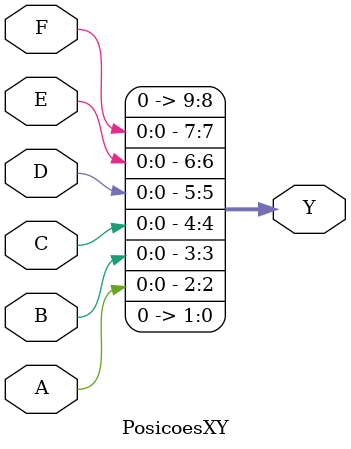
<source format=v>
module PosicoesXY(A, B, C, D, E, F, Y);
	input A, B, C, D, E, F;
	output [9:0] Y;
	
	// NEGADOS
	wire nA, nB, nC, nD, nE, nF;
	not (nA, A);
	not (nB, B);
	not (nC, C);
	not (nD, D);
	not (nE, E);	
	not (nF, F);
	
	
	// y0
	and (Y[0], 1'b0, 1'b0);
	
	// y1
	and (Y[1], 1'b0, 1'b0);
	
	// y2
	or (Y[2], 1'b0, A);
	
	//y3
	or (Y[3], 1'b0, B);
	
	//y4
	or (Y[4], 1'b0, C);
	
	//y5
	or (Y[5], 1'b0, D);
	
	//y6
	or (Y[6], 1'b0, E);
	
	//y7
	or (Y[7], 1'b0, F);
	
	//y8
	and (Y[8], 1'b0, 1'b0);
	
	//y9
	and (Y[9], 1'b0, 1'b0);

endmodule
</source>
